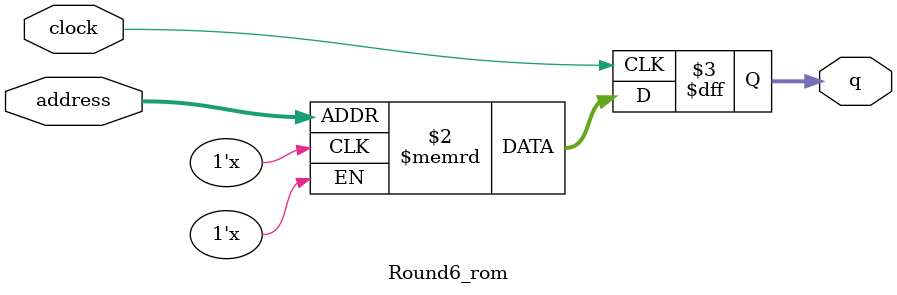
<source format=sv>
module Round6_rom (
	input logic clock,
	input logic [7:0] address,
	output logic [3:0] q
);

logic [3:0] memory [0:255] /* synthesis ram_init_file = "./Round6/Round6.mif" */;

always_ff @ (posedge clock) begin
	q <= memory[address];
end

endmodule

</source>
